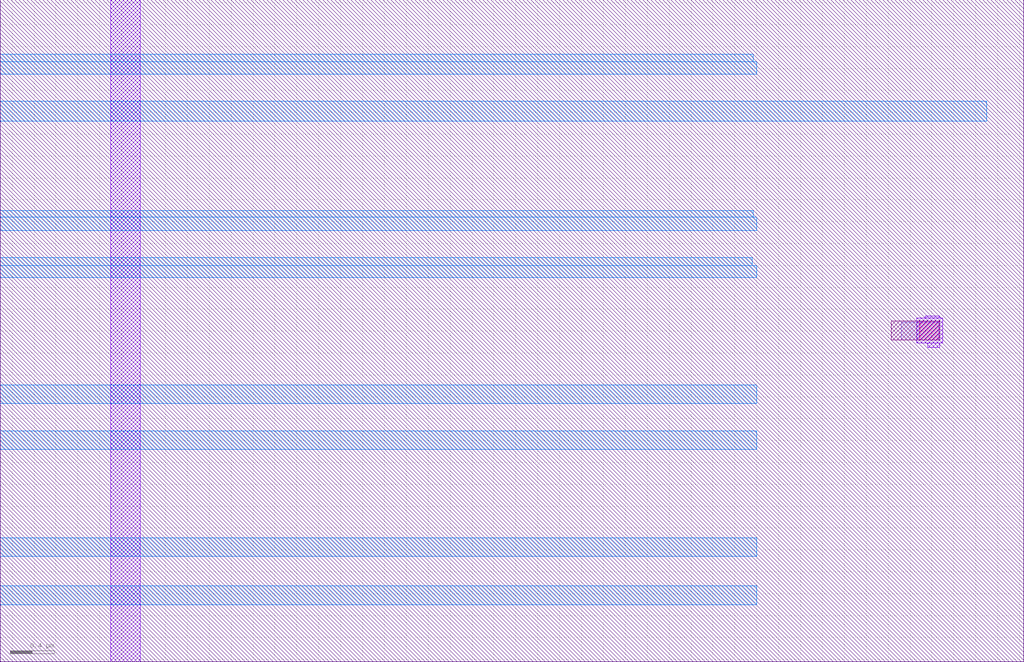
<source format=lef>
VERSION 5.7 ;
  NOWIREEXTENSIONATPIN ON ;
  DIVIDERCHAR "/" ;
  BUSBITCHARS "[]" ;
UNITS
  DATABASE MICRONS 200 ;
END UNITS

LAYER via2
  TYPE CUT ;
END via2

LAYER via
  TYPE CUT ;
END via

LAYER nwell
  TYPE MASTERSLICE ;
END nwell

LAYER via3
  TYPE CUT ;
END via3

LAYER pwell
  TYPE MASTERSLICE ;
END pwell

LAYER via4
  TYPE CUT ;
END via4

LAYER mcon
  TYPE CUT ;
END mcon

LAYER met6
  TYPE ROUTING ;
  WIDTH 0.030000 ;
  SPACING 0.040000 ;
  DIRECTION HORIZONTAL ;
END met6

LAYER met1
  TYPE ROUTING ;
  WIDTH 0.140000 ;
  SPACING 0.140000 ;
  DIRECTION HORIZONTAL ;
END met1

LAYER met3
  TYPE ROUTING ;
  WIDTH 0.300000 ;
  SPACING 0.300000 ;
  DIRECTION HORIZONTAL ;
END met3

LAYER met2
  TYPE ROUTING ;
  WIDTH 0.140000 ;
  SPACING 0.140000 ;
  DIRECTION HORIZONTAL ;
END met2

LAYER met4
  TYPE ROUTING ;
  WIDTH 0.300000 ;
  SPACING 0.300000 ;
  DIRECTION HORIZONTAL ;
END met4

LAYER met5
  TYPE ROUTING ;
  WIDTH 1.600000 ;
  SPACING 1.600000 ;
  DIRECTION HORIZONTAL ;
END met5

LAYER li1
  TYPE ROUTING ;
  WIDTH 0.170000 ;
  SPACING 0.170000 ;
  DIRECTION HORIZONTAL ;
END li1

MACRO sky130_hilas_swc4x1celloverlap2
  CLASS BLOCK ;
  FOREIGN sky130_hilas_swc4x1celloverlap2 ;
  ORIGIN 1.910 3.820 ;
  SIZE 9.350 BY 6.050 ;
  OBS
      LAYER nwell ;
        RECT 6.320 -0.720 6.670 -0.710 ;
        RECT 6.320 -0.880 6.490 -0.720 ;
        RECT 6.660 -0.880 6.670 -0.720 ;
      LAYER li1 ;
        RECT 6.230 -0.880 6.670 -0.710 ;
      LAYER mcon ;
        RECT 6.490 -0.880 6.670 -0.710 ;
      LAYER met1 ;
        RECT -0.900 -3.820 -0.630 2.230 ;
        RECT 6.540 -0.680 6.670 -0.660 ;
        RECT 6.460 -0.910 6.700 -0.680 ;
        RECT 6.560 -0.950 6.670 -0.910 ;
      LAYER met2 ;
        RECT -1.910 1.660 4.970 1.730 ;
        RECT -1.910 1.550 5.000 1.660 ;
        RECT -1.910 1.120 7.100 1.300 ;
        RECT -1.910 0.240 4.970 0.300 ;
        RECT -1.910 0.120 5.000 0.240 ;
        RECT -1.910 -0.200 4.960 -0.130 ;
        RECT -1.910 -0.310 5.000 -0.200 ;
        RECT -1.910 -1.460 5.000 -1.290 ;
        RECT -1.910 -1.880 5.000 -1.710 ;
        RECT -1.910 -2.860 5.000 -2.690 ;
        RECT -1.910 -3.300 5.000 -3.130 ;
  END
END sky130_hilas_swc4x1celloverlap2
END LIBRARY


</source>
